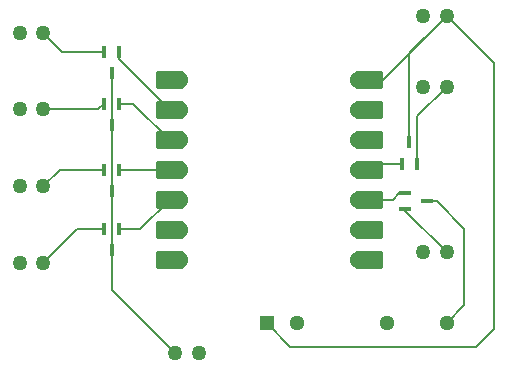
<source format=gtl>
%TF.GenerationSoftware,KiCad,Pcbnew,9.0.0*%
%TF.CreationDate,2025-09-04T17:25:07-04:00*%
%TF.ProjectId,OlfactoryDisplay,4f6c6661-6374-46f7-9279-446973706c61,rev?*%
%TF.SameCoordinates,Original*%
%TF.FileFunction,Copper,L1,Top*%
%TF.FilePolarity,Positive*%
%FSLAX46Y46*%
G04 Gerber Fmt 4.6, Leading zero omitted, Abs format (unit mm)*
G04 Created by KiCad (PCBNEW 9.0.0) date 2025-09-04 17:25:07*
%MOMM*%
%LPD*%
G01*
G04 APERTURE LIST*
G04 Aperture macros list*
%AMRoundRect*
0 Rectangle with rounded corners*
0 $1 Rounding radius*
0 $2 $3 $4 $5 $6 $7 $8 $9 X,Y pos of 4 corners*
0 Add a 4 corners polygon primitive as box body*
4,1,4,$2,$3,$4,$5,$6,$7,$8,$9,$2,$3,0*
0 Add four circle primitives for the rounded corners*
1,1,$1+$1,$2,$3*
1,1,$1+$1,$4,$5*
1,1,$1+$1,$6,$7*
1,1,$1+$1,$8,$9*
0 Add four rect primitives between the rounded corners*
20,1,$1+$1,$2,$3,$4,$5,0*
20,1,$1+$1,$4,$5,$6,$7,0*
20,1,$1+$1,$6,$7,$8,$9,0*
20,1,$1+$1,$8,$9,$2,$3,0*%
G04 Aperture macros list end*
%TA.AperFunction,ComponentPad*%
%ADD10C,1.270000*%
%TD*%
%TA.AperFunction,SMDPad,CuDef*%
%ADD11R,0.457200X1.117600*%
%TD*%
%TA.AperFunction,SMDPad,CuDef*%
%ADD12R,1.117600X0.457200*%
%TD*%
%TA.AperFunction,SMDPad,CuDef*%
%ADD13RoundRect,0.152400X1.063600X0.609600X-1.063600X0.609600X-1.063600X-0.609600X1.063600X-0.609600X0*%
%TD*%
%TA.AperFunction,ComponentPad*%
%ADD14C,1.524000*%
%TD*%
%TA.AperFunction,SMDPad,CuDef*%
%ADD15RoundRect,0.152400X-1.063600X-0.609600X1.063600X-0.609600X1.063600X0.609600X-1.063600X0.609600X0*%
%TD*%
%TA.AperFunction,ComponentPad*%
%ADD16R,1.288000X1.288000*%
%TD*%
%TA.AperFunction,ComponentPad*%
%ADD17C,1.288000*%
%TD*%
%TA.AperFunction,Conductor*%
%ADD18C,0.200000*%
%TD*%
G04 APERTURE END LIST*
D10*
%TO.P,J3,1,1*%
%TO.N,Atomizer 3 Out*%
X84850002Y-69901700D03*
%TO.P,J3,2,2*%
%TO.N,GND*%
X82850001Y-69901700D03*
%TD*%
D11*
%TO.P,U2,1,G*%
%TO.N,Net-(U2-G)*%
X115200002Y-68000000D03*
%TO.P,U2,2,D*%
%TO.N,5V Fan Out*%
X116500000Y-68000000D03*
%TO.P,U2,3,S*%
%TO.N,Battery 2 In*%
X115850001Y-66196600D03*
%TD*%
D10*
%TO.P,J2,1,1*%
%TO.N,Atomizer 2 Out*%
X84850001Y-63401700D03*
%TO.P,J2,2,2*%
%TO.N,GND*%
X82850000Y-63401700D03*
%TD*%
D12*
%TO.P,U1,1,G*%
%TO.N,Net-(U1-G)*%
X115500000Y-70500000D03*
%TO.P,U1,2,D*%
%TO.N,12V Fan Out*%
X115500000Y-71799998D03*
%TO.P,U1,3,S*%
%TO.N,Converter Out*%
X117303400Y-71149999D03*
%TD*%
D13*
%TO.P,U7,1,PA02_A0_D0*%
%TO.N,unconnected-(U7-PA02_A0_D0-Pad1)*%
X95545000Y-60880000D03*
D14*
X96380000Y-60880000D03*
D13*
%TO.P,U7,2,PA4_A1_D1*%
%TO.N,Net-(U3-G)*%
X95545000Y-63420000D03*
D14*
X96380000Y-63420000D03*
D13*
%TO.P,U7,3,PA10_A2_D2*%
%TO.N,Net-(U4-G)*%
X95545000Y-65960000D03*
D14*
X96380000Y-65960000D03*
D13*
%TO.P,U7,4,PA11_A3_D3*%
%TO.N,Net-(U5-G)*%
X95545000Y-68500000D03*
D14*
X96380000Y-68500000D03*
D13*
%TO.P,U7,5,PA8_A4_D4_SDA*%
%TO.N,Net-(U6-G)*%
X95545000Y-71040000D03*
D14*
X96380000Y-71040000D03*
D13*
%TO.P,U7,6,PA9_A5_D5_SCL*%
%TO.N,unconnected-(U7-PA9_A5_D5_SCL-Pad6)*%
X95545000Y-73580000D03*
D14*
X96380000Y-73580000D03*
D13*
%TO.P,U7,7,PB08_A6_D6_TX*%
%TO.N,unconnected-(U7-PB08_A6_D6_TX-Pad7)*%
X95545000Y-76120000D03*
D14*
X96380000Y-76120000D03*
%TO.P,U7,8,PB09_A7_D7_RX*%
%TO.N,unconnected-(U7-PB09_A7_D7_RX-Pad8)*%
X111620000Y-76120000D03*
D15*
X112455000Y-76120000D03*
D14*
%TO.P,U7,9,PA7_A8_D8_SCK*%
%TO.N,unconnected-(U7-PA7_A8_D8_SCK-Pad9)*%
X111620000Y-73580000D03*
D15*
X112455000Y-73580000D03*
D14*
%TO.P,U7,10,PA5_A9_D9_MISO*%
%TO.N,Net-(U1-G)*%
X111620000Y-71040000D03*
D15*
X112455000Y-71040000D03*
D14*
%TO.P,U7,11,PA6_A10_D10_MOSI*%
%TO.N,Net-(U2-G)*%
X111620000Y-68500000D03*
D15*
X112455000Y-68500000D03*
D14*
%TO.P,U7,12,3V3*%
%TO.N,unconnected-(U7-3V3-Pad12)*%
X111620000Y-65960000D03*
D15*
X112455000Y-65960000D03*
D14*
%TO.P,U7,13,GND*%
%TO.N,GND*%
X111620000Y-63420000D03*
D15*
X112455000Y-63420000D03*
D14*
%TO.P,U7,14,5V*%
%TO.N,Battery 2 In*%
X111620000Y-60880000D03*
D15*
X112455000Y-60880000D03*
%TD*%
D10*
%TO.P,J9,1,1*%
%TO.N,5V Fan Out*%
X119000000Y-61500000D03*
%TO.P,J9,2,2*%
%TO.N,GND*%
X116999999Y-61500000D03*
%TD*%
D16*
%TO.P,PS1,1,+VIN*%
%TO.N,Battery 2 In*%
X103760000Y-81500000D03*
D17*
%TO.P,PS1,2,-VIN*%
%TO.N,GND*%
X106300000Y-81500000D03*
%TO.P,PS1,5,-VOUT*%
X113920000Y-81500000D03*
%TO.P,PS1,7,+VOUT*%
%TO.N,Converter Out*%
X119000000Y-81500000D03*
%TD*%
D10*
%TO.P,J6,1,1*%
%TO.N,Battery 2 In*%
X119000000Y-55500000D03*
%TO.P,J6,2,2*%
%TO.N,GND*%
X116999999Y-55500000D03*
%TD*%
%TO.P,J4,1,1*%
%TO.N,Atomizer 4 Out*%
X84850001Y-76401700D03*
%TO.P,J4,2,2*%
%TO.N,GND*%
X82850000Y-76401700D03*
%TD*%
D11*
%TO.P,U3,1,G*%
%TO.N,Net-(U3-G)*%
X91299998Y-58500000D03*
%TO.P,U3,2,D*%
%TO.N,Atomizer 1 Out*%
X90000000Y-58500000D03*
%TO.P,U3,3,S*%
%TO.N,Battery 1 In*%
X90649999Y-60303400D03*
%TD*%
%TO.P,U5,1,G*%
%TO.N,Net-(U5-G)*%
X91299998Y-68500000D03*
%TO.P,U5,2,D*%
%TO.N,Atomizer 3 Out*%
X90000000Y-68500000D03*
%TO.P,U5,3,S*%
%TO.N,Battery 1 In*%
X90649999Y-70303400D03*
%TD*%
%TO.P,U4,1,G*%
%TO.N,Net-(U4-G)*%
X91299998Y-62901700D03*
%TO.P,U4,2,D*%
%TO.N,Atomizer 2 Out*%
X90000000Y-62901700D03*
%TO.P,U4,3,S*%
%TO.N,Battery 1 In*%
X90649999Y-64705100D03*
%TD*%
D10*
%TO.P,J1,1,1*%
%TO.N,Atomizer 1 Out*%
X84850001Y-56901700D03*
%TO.P,J1,2,2*%
%TO.N,GND*%
X82850000Y-56901700D03*
%TD*%
%TO.P,J7,1,1*%
%TO.N,Battery 1 In*%
X95999999Y-84000000D03*
%TO.P,J7,2,2*%
%TO.N,GND*%
X98000000Y-84000000D03*
%TD*%
%TO.P,J5,1,1*%
%TO.N,12V Fan Out*%
X119000001Y-75499999D03*
%TO.P,J5,2,2*%
%TO.N,GND*%
X117000000Y-75499999D03*
%TD*%
D11*
%TO.P,U6,1,G*%
%TO.N,Net-(U6-G)*%
X91299998Y-73500000D03*
%TO.P,U6,2,D*%
%TO.N,Atomizer 4 Out*%
X90000000Y-73500000D03*
%TO.P,U6,3,S*%
%TO.N,Battery 1 In*%
X90649999Y-75303400D03*
%TD*%
D18*
%TO.N,5V Fan Out*%
X116500000Y-68000000D02*
X116500000Y-64000000D01*
X116500000Y-64000000D02*
X119000000Y-61500000D01*
%TO.N,Battery 2 In*%
X113620000Y-60880000D02*
X111620000Y-60880000D01*
X123000000Y-82000000D02*
X123000000Y-59500000D01*
X105760000Y-83500000D02*
X121500000Y-83500000D01*
X115850001Y-58649999D02*
X119000000Y-55500000D01*
X115850001Y-66196600D02*
X115850001Y-58649999D01*
X119000000Y-55500000D02*
X113620000Y-60880000D01*
X121500000Y-83500000D02*
X123000000Y-82000000D01*
X103760000Y-81500000D02*
X105760000Y-83500000D01*
X123000000Y-59500000D02*
X119000000Y-55500000D01*
%TO.N,Atomizer 1 Out*%
X86448301Y-58500000D02*
X90000000Y-58500000D01*
X84850001Y-56901700D02*
X86448301Y-58500000D01*
%TO.N,Net-(U1-G)*%
X114460000Y-71040000D02*
X112455000Y-71040000D01*
X115500000Y-70500000D02*
X115000000Y-70500000D01*
X115000000Y-70500000D02*
X114460000Y-71040000D01*
%TO.N,12V Fan Out*%
X119000001Y-75499999D02*
X115500000Y-71999998D01*
X115500000Y-71999998D02*
X115500000Y-71799998D01*
%TO.N,Atomizer 2 Out*%
X84850001Y-63401700D02*
X89500000Y-63401700D01*
X89500000Y-63401700D02*
X90000000Y-62901700D01*
%TO.N,Atomizer 3 Out*%
X84850002Y-69901700D02*
X86251702Y-68500000D01*
X86251702Y-68500000D02*
X90000000Y-68500000D01*
%TO.N,Net-(U2-G)*%
X112955000Y-68000000D02*
X112455000Y-68500000D01*
X115200002Y-68000000D02*
X112955000Y-68000000D01*
%TO.N,Net-(U3-G)*%
X91299998Y-59174998D02*
X95545000Y-63420000D01*
X91299998Y-58500000D02*
X91299998Y-59174998D01*
%TO.N,Atomizer 4 Out*%
X84850001Y-76401700D02*
X87751701Y-73500000D01*
X87751701Y-73500000D02*
X90000000Y-73500000D01*
%TO.N,Net-(U4-G)*%
X92486700Y-62901700D02*
X95545000Y-65960000D01*
X91299998Y-62901700D02*
X92486700Y-62901700D01*
%TO.N,Net-(U5-G)*%
X91299998Y-68500000D02*
X95545000Y-68500000D01*
%TO.N,Net-(U6-G)*%
X93085000Y-73500000D02*
X95545000Y-71040000D01*
X91299998Y-73500000D02*
X93085000Y-73500000D01*
%TO.N,Battery 1 In*%
X90649999Y-75303400D02*
X90649999Y-78650000D01*
X90649999Y-60303400D02*
X90649999Y-64705100D01*
X90649999Y-70303400D02*
X90649999Y-75303400D01*
X90649999Y-64705100D02*
X90649999Y-70303400D01*
X90649999Y-78650000D02*
X95999999Y-84000000D01*
%TO.N,Converter Out*%
X120500000Y-80000000D02*
X120500000Y-73500000D01*
X119000000Y-81500000D02*
X120500000Y-80000000D01*
X120500000Y-73500000D02*
X118149999Y-71149999D01*
X118149999Y-71149999D02*
X117303400Y-71149999D01*
%TD*%
M02*

</source>
